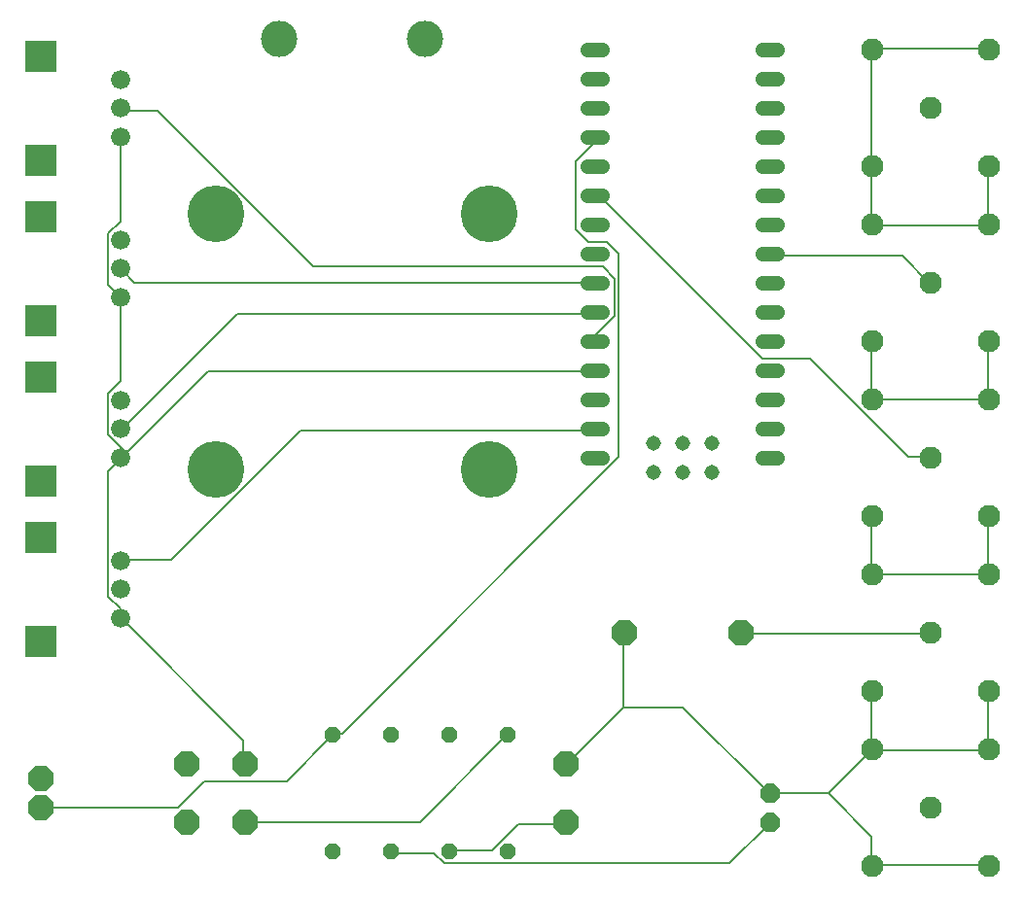
<source format=gbr>
G04 EAGLE Gerber X2 export*
G75*
%MOMM*%
%FSLAX34Y34*%
%LPD*%
%AMOC8*
5,1,8,0,0,1.08239X$1,22.5*%
G01*
%ADD10C,3.160000*%
%ADD11C,4.950000*%
%ADD12P,1.814519X8X112.500000*%
%ADD13P,1.429621X8X112.500000*%
%ADD14P,1.429621X8X292.500000*%
%ADD15C,1.308000*%
%ADD16C,1.308000*%
%ADD17C,1.943100*%
%ADD18C,1.676400*%
%ADD19R,2.800000X2.800000*%
%ADD20P,2.336880X8X22.500000*%
%ADD21C,0.152400*%


D10*
X474750Y771550D03*
X347750Y771550D03*
D11*
X530400Y619150D03*
X292100Y619150D03*
X530400Y396850D03*
X292100Y396850D03*
D12*
X774700Y88900D03*
X774700Y114300D03*
D13*
X393700Y63500D03*
X393700Y165100D03*
D14*
X444500Y165100D03*
X444500Y63500D03*
X495300Y165100D03*
X495300Y63500D03*
X546100Y165100D03*
X546100Y63500D03*
D15*
X768160Y406400D02*
X781240Y406400D01*
X781240Y431800D02*
X768160Y431800D01*
X768160Y457200D02*
X781240Y457200D01*
X781240Y482600D02*
X768160Y482600D01*
X768160Y508000D02*
X781240Y508000D01*
X781240Y533400D02*
X768160Y533400D01*
X768160Y558800D02*
X781240Y558800D01*
X781240Y584200D02*
X768160Y584200D01*
X768160Y609600D02*
X781240Y609600D01*
X781240Y635000D02*
X768160Y635000D01*
X768160Y660400D02*
X781240Y660400D01*
X781240Y685800D02*
X768160Y685800D01*
X628840Y406400D02*
X615760Y406400D01*
X615760Y431800D02*
X628840Y431800D01*
X628840Y457200D02*
X615760Y457200D01*
X615760Y609600D02*
X628840Y609600D01*
X628840Y635000D02*
X615760Y635000D01*
X615760Y660400D02*
X628840Y660400D01*
X628840Y685800D02*
X615760Y685800D01*
X615760Y762000D02*
X628840Y762000D01*
X768160Y762000D02*
X781240Y762000D01*
X781240Y736600D02*
X768160Y736600D01*
X768160Y711200D02*
X781240Y711200D01*
X628840Y736600D02*
X615760Y736600D01*
X615760Y711200D02*
X628840Y711200D01*
X628840Y482600D02*
X615760Y482600D01*
D16*
X673100Y419100D03*
X698500Y419100D03*
X723900Y419100D03*
D15*
X628840Y584200D02*
X615760Y584200D01*
X615760Y558800D02*
X628840Y558800D01*
X628840Y533400D02*
X615760Y533400D01*
X615760Y508000D02*
X628840Y508000D01*
D16*
X673100Y393700D03*
X698500Y393700D03*
X723900Y393700D03*
D17*
X914400Y711200D03*
X965200Y762000D03*
X863600Y762000D03*
X863600Y660400D03*
X965200Y660400D03*
X914400Y558800D03*
X965200Y609600D03*
X863600Y609600D03*
X863600Y508000D03*
X965200Y508000D03*
X914400Y254000D03*
X965200Y304800D03*
X863600Y304800D03*
X863600Y203200D03*
X965200Y203200D03*
X914400Y101600D03*
X965200Y152400D03*
X863600Y152400D03*
X863600Y50800D03*
X965200Y50800D03*
X914400Y406400D03*
X965200Y457200D03*
X863600Y457200D03*
X863600Y355600D03*
X965200Y355600D03*
D18*
X209700Y267100D03*
X209700Y292100D03*
X209700Y317100D03*
D19*
X139700Y337100D03*
X139700Y247100D03*
D18*
X209700Y686200D03*
X209700Y711200D03*
X209700Y736200D03*
D19*
X139700Y756200D03*
X139700Y666200D03*
D18*
X209700Y546500D03*
X209700Y571500D03*
X209700Y596500D03*
D19*
X139700Y616500D03*
X139700Y526500D03*
D18*
X209700Y406800D03*
X209700Y431800D03*
X209700Y456800D03*
D19*
X139700Y476800D03*
X139700Y386800D03*
D20*
X647700Y254000D03*
X749300Y254000D03*
X317500Y139700D03*
X317500Y88900D03*
X596900Y139700D03*
X596900Y88900D03*
X139700Y127000D03*
X139700Y101600D03*
X266700Y88900D03*
X266700Y139700D03*
D21*
X496786Y64332D02*
X532526Y64332D01*
X555757Y87563D01*
X596858Y87563D01*
X496786Y64332D02*
X495300Y63500D01*
X596858Y87563D02*
X596900Y88900D01*
X621876Y430667D02*
X366335Y430667D01*
X253754Y318086D01*
X210866Y318086D01*
X621876Y430667D02*
X622300Y431800D01*
X210866Y318086D02*
X209700Y317100D01*
X646894Y253754D02*
X646894Y189422D01*
X598645Y141173D01*
X646894Y253754D02*
X647700Y254000D01*
X598645Y141173D02*
X596900Y139700D01*
X864908Y763049D02*
X964980Y763049D01*
X864908Y763049D02*
X863600Y762000D01*
X964980Y763049D02*
X965200Y762000D01*
X964980Y659403D02*
X964980Y611154D01*
X965200Y609600D01*
X964980Y659403D02*
X965200Y660400D01*
X863121Y659403D02*
X863121Y611154D01*
X863600Y609600D01*
X863121Y659403D02*
X863600Y660400D01*
X863121Y507508D02*
X863121Y457472D01*
X863600Y457200D01*
X863121Y507508D02*
X863600Y508000D01*
X964980Y507508D02*
X964980Y457472D01*
X964980Y507508D02*
X965200Y508000D01*
X964980Y457472D02*
X864908Y457472D01*
X863600Y457200D01*
X964980Y457472D02*
X965200Y457200D01*
X964980Y609367D02*
X864908Y609367D01*
X964980Y609367D02*
X965200Y609600D01*
X864908Y609367D02*
X863600Y609600D01*
X863121Y661190D02*
X863121Y761262D01*
X863600Y762000D01*
X863121Y661190D02*
X863600Y660400D01*
X863121Y353826D02*
X863121Y305577D01*
X863600Y304800D01*
X863121Y353826D02*
X863600Y355600D01*
X964980Y353826D02*
X964980Y305577D01*
X964980Y353826D02*
X965200Y355600D01*
X964980Y305577D02*
X864908Y305577D01*
X863600Y304800D01*
X964980Y305577D02*
X965200Y304800D01*
X964980Y201931D02*
X964980Y153682D01*
X965200Y152400D01*
X964980Y201931D02*
X965200Y203200D01*
X825594Y114368D02*
X775558Y114368D01*
X825594Y114368D02*
X863121Y151895D01*
X775558Y114368D02*
X774700Y114300D01*
X863121Y151895D02*
X863600Y152400D01*
X863121Y76841D02*
X863121Y51823D01*
X863121Y76841D02*
X825594Y114368D01*
X863121Y51823D02*
X863600Y50800D01*
X864908Y51823D02*
X964980Y51823D01*
X965200Y50800D01*
X864908Y51823D02*
X863600Y50800D01*
X863121Y153682D02*
X863121Y201931D01*
X863600Y203200D01*
X863121Y153682D02*
X863600Y152400D01*
X864908Y151895D02*
X964980Y151895D01*
X965200Y152400D01*
X864908Y151895D02*
X863600Y152400D01*
X698717Y189422D02*
X646894Y189422D01*
X698717Y189422D02*
X773771Y114368D01*
X774700Y114300D01*
X482490Y62545D02*
X444963Y62545D01*
X482490Y62545D02*
X491425Y53610D01*
X739818Y53610D01*
X773771Y87563D01*
X444963Y62545D02*
X444500Y63500D01*
X773771Y87563D02*
X774700Y88900D01*
X621876Y680847D02*
X621876Y684421D01*
X621876Y680847D02*
X605793Y664764D01*
X605793Y605793D01*
X616515Y595071D01*
X632598Y595071D01*
X643320Y584349D01*
X643320Y407436D01*
X402075Y166191D01*
X394927Y166191D01*
X621876Y684421D02*
X622300Y685800D01*
X394927Y166191D02*
X393700Y165100D01*
X259115Y101859D02*
X141173Y101859D01*
X259115Y101859D02*
X282346Y125090D01*
X353826Y125090D01*
X393140Y164404D01*
X141173Y101859D02*
X139700Y101600D01*
X393140Y164404D02*
X393700Y165100D01*
X318086Y89350D02*
X469981Y89350D01*
X545035Y164404D01*
X318086Y89350D02*
X317500Y88900D01*
X545035Y164404D02*
X546100Y165100D01*
X750540Y253754D02*
X913157Y253754D01*
X914400Y254000D01*
X750540Y253754D02*
X749300Y254000D01*
X775558Y582562D02*
X889926Y582562D01*
X913157Y559331D01*
X775558Y582562D02*
X774700Y584200D01*
X913157Y559331D02*
X914400Y558800D01*
X621876Y482490D02*
X285920Y482490D01*
X214440Y411010D02*
X210866Y407436D01*
X214440Y411010D02*
X285920Y482490D01*
X621876Y482490D02*
X622300Y482600D01*
X210866Y407436D02*
X209700Y406800D01*
X209079Y275198D02*
X209079Y268050D01*
X209079Y275198D02*
X198357Y285920D01*
X198357Y394927D01*
X209079Y405649D01*
X209079Y268050D02*
X209700Y267100D01*
X209079Y405649D02*
X209700Y406800D01*
X209079Y473555D02*
X209079Y545035D01*
X209079Y473555D02*
X198357Y462833D01*
X198357Y427093D01*
X214440Y411010D01*
X209079Y545035D02*
X209700Y546500D01*
X214440Y411010D02*
X209700Y406800D01*
X209079Y612941D02*
X209079Y684421D01*
X209079Y612941D02*
X198357Y602219D01*
X198357Y557544D01*
X209079Y546822D01*
X209079Y684421D02*
X209700Y686200D01*
X209079Y546822D02*
X209700Y546500D01*
X316299Y160830D02*
X316299Y141173D01*
X316299Y160830D02*
X210866Y266263D01*
X316299Y141173D02*
X317500Y139700D01*
X210866Y266263D02*
X209700Y267100D01*
X623663Y634385D02*
X627237Y634385D01*
X768410Y493212D01*
X809511Y493212D01*
X895287Y407436D01*
X913157Y407436D01*
X623663Y634385D02*
X622300Y635000D01*
X913157Y407436D02*
X914400Y406400D01*
X621876Y532526D02*
X310938Y532526D01*
X210866Y432454D01*
X621876Y532526D02*
X622300Y533400D01*
X210866Y432454D02*
X209700Y431800D01*
X221588Y559331D02*
X621876Y559331D01*
X221588Y559331D02*
X210866Y570053D01*
X621876Y559331D02*
X622300Y558800D01*
X210866Y570053D02*
X209700Y571500D01*
X623663Y514656D02*
X623663Y509295D01*
X623663Y514656D02*
X639746Y530739D01*
X639746Y562905D01*
X629024Y573627D01*
X377057Y573627D01*
X241245Y709439D01*
X210866Y709439D01*
X622300Y508000D02*
X623663Y509295D01*
X210866Y709439D02*
X209700Y711200D01*
M02*

</source>
